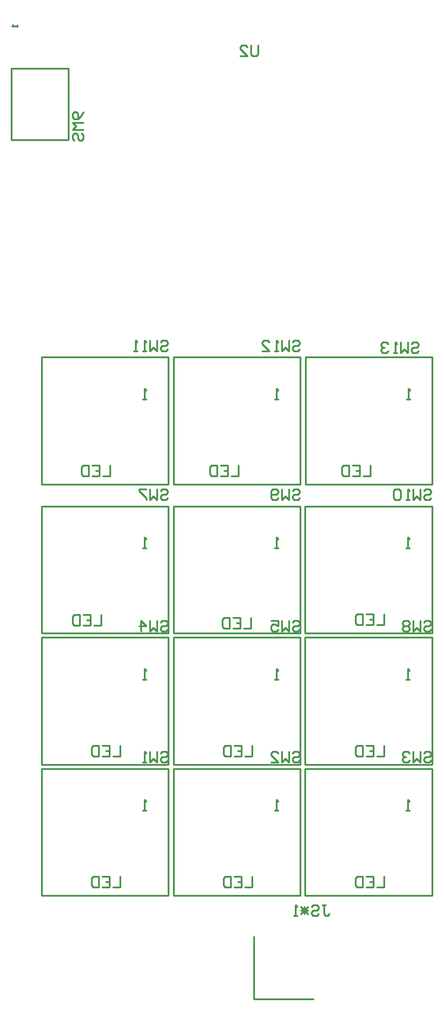
<source format=gbo>
%FSLAX25Y25*%
%MOIN*%
G70*
G01*
G75*
G04 Layer_Color=32896*
%ADD10R,0.03543X0.04331*%
%ADD11R,0.03900X0.05900*%
%ADD12R,0.12900X0.05900*%
%ADD13R,0.03937X0.05118*%
%ADD14R,0.03900X0.04300*%
%ADD15R,0.03150X0.03150*%
%ADD16R,0.08661X0.09843*%
%ADD17R,0.07874X0.01969*%
%ADD18O,0.02165X0.06890*%
%ADD19O,0.06890X0.02165*%
%ADD20R,0.03150X0.06299*%
%ADD21R,0.04300X0.03900*%
%ADD22R,0.05118X0.03937*%
%ADD23C,0.00800*%
%ADD24C,0.02000*%
%ADD25C,0.02500*%
%ADD26C,0.01000*%
%ADD27C,0.01200*%
%ADD28C,0.10000*%
%ADD29C,0.09055*%
%ADD30R,0.09055X0.09055*%
%ADD31O,0.17716X0.07874*%
%ADD32O,0.15748X0.07874*%
%ADD33O,0.07874X0.15748*%
%ADD34C,0.05906*%
%ADD35C,0.05906*%
%ADD36C,0.06000*%
%ADD37O,0.07000X0.13000*%
%ADD38C,0.08000*%
%ADD39R,0.07000X0.13000*%
%ADD40C,0.06200*%
%ADD41R,0.06200X0.06200*%
%ADD42R,0.05906X0.05906*%
%ADD43R,0.06000X0.06000*%
%ADD44C,0.03543*%
%ADD45R,0.10000X0.07000*%
%ADD46O,0.10000X0.07000*%
%ADD47C,0.08700*%
%ADD48C,0.15700*%
%ADD49R,0.10000X0.07000*%
%ADD50C,0.05000*%
%ADD51C,0.00984*%
%ADD52C,0.02362*%
%ADD53C,0.00787*%
%ADD54C,0.00591*%
%ADD55R,0.04343X0.05131*%
%ADD56R,0.04700X0.06700*%
%ADD57R,0.13700X0.06700*%
%ADD58R,0.04737X0.05918*%
%ADD59R,0.04700X0.05100*%
%ADD60R,0.03950X0.03950*%
%ADD61R,0.09461X0.10642*%
%ADD62R,0.08674X0.02769*%
%ADD63O,0.02965X0.07690*%
%ADD64O,0.07690X0.02965*%
%ADD65R,0.03950X0.07099*%
%ADD66R,0.05100X0.04700*%
%ADD67R,0.05918X0.04737*%
%ADD68C,0.10800*%
%ADD69C,0.09855*%
%ADD70R,0.09855X0.09855*%
%ADD71O,0.18517X0.08674*%
%ADD72O,0.16548X0.08674*%
%ADD73O,0.08674X0.16548*%
%ADD74C,0.06706*%
%ADD75C,0.06706*%
%ADD76C,0.06800*%
%ADD77O,0.07800X0.13800*%
%ADD78C,0.08800*%
%ADD79R,0.07800X0.13800*%
%ADD80C,0.07000*%
%ADD81R,0.07000X0.07000*%
%ADD82R,0.06706X0.06706*%
%ADD83R,0.06800X0.06800*%
%ADD84C,0.04343*%
%ADD85R,0.10800X0.07800*%
%ADD86O,0.10800X0.07800*%
%ADD87C,0.09500*%
%ADD88C,0.16500*%
%ADD89R,0.10800X0.07800*%
%ADD90C,0.05800*%
D26*
X218700Y647200D02*
X250700D01*
X218700Y687200D02*
X250700D01*
X218700Y647200D02*
Y687200D01*
X250700Y647200D02*
Y687200D01*
X354500Y166000D02*
Y201000D01*
Y166000D02*
X388000D01*
X454500Y454250D02*
X454750Y454500D01*
Y525500D01*
X383500Y454250D02*
X454500D01*
X383500D02*
Y525500D01*
X454750D01*
X306500Y223750D02*
X306750Y224000D01*
Y295000D01*
X235500Y223750D02*
X306500D01*
X235500D02*
Y295000D01*
X306750D01*
X380500Y223750D02*
X380750Y224000D01*
Y295000D01*
X309500Y223750D02*
X380500D01*
X309500D02*
Y295000D01*
X380750D01*
X454250Y223750D02*
X454500Y224000D01*
Y295000D01*
X383250Y223750D02*
X454250D01*
X383250D02*
Y295000D01*
X454500D01*
X306500Y297250D02*
X306750Y297500D01*
Y368500D01*
X235500Y297250D02*
X306500D01*
X235500D02*
Y368500D01*
X306750D01*
X380500Y297250D02*
X380750Y297500D01*
Y368500D01*
X309500Y297250D02*
X380500D01*
X309500D02*
Y368500D01*
X380750D01*
X306500Y370750D02*
X306750Y371000D01*
Y442000D01*
X235500Y370750D02*
X306500D01*
X235500D02*
Y442000D01*
X306750D01*
X454250Y297250D02*
X454500Y297500D01*
Y368500D01*
X383250Y297250D02*
X454250D01*
X383250D02*
Y368500D01*
X454500D01*
X380500Y370750D02*
X380750Y371000D01*
Y442000D01*
X309500Y370750D02*
X380500D01*
X309500D02*
Y442000D01*
X380750D01*
X454250Y370750D02*
X454500Y371000D01*
Y442000D01*
X383250Y370750D02*
X454250D01*
X383250D02*
Y442000D01*
X454500D01*
X306500Y454250D02*
X306750Y454500D01*
Y525500D01*
X235500Y454250D02*
X306500D01*
X235500D02*
Y525500D01*
X306750D01*
X380500Y454250D02*
X380750Y454500D01*
Y525500D01*
X309500Y454250D02*
X380500D01*
X309500D02*
Y525500D01*
X380750D01*
X257998Y650999D02*
X258998Y649999D01*
Y648000D01*
X257998Y647000D01*
X256999D01*
X255999Y648000D01*
Y649999D01*
X254999Y650999D01*
X254000D01*
X253000Y649999D01*
Y648000D01*
X254000Y647000D01*
X258998Y652998D02*
X253000D01*
X254999Y654997D01*
X253000Y656997D01*
X258998D01*
Y662995D02*
X257998Y660995D01*
X255999Y658996D01*
X254000D01*
X253000Y659996D01*
Y661995D01*
X254000Y662995D01*
X254999D01*
X255999Y661995D01*
Y658996D01*
X392901Y218398D02*
X394901D01*
X393901D01*
Y213400D01*
X394901Y212400D01*
X395900D01*
X396900Y213400D01*
X386903Y217398D02*
X387903Y218398D01*
X389902D01*
X390902Y217398D01*
Y216399D01*
X389902Y215399D01*
X387903D01*
X386903Y214399D01*
Y213400D01*
X387903Y212400D01*
X389902D01*
X390902Y213400D01*
X384904Y217398D02*
X380905Y213400D01*
X384904D02*
X380905Y217398D01*
X384904Y215399D02*
X380905D01*
X382905Y213400D02*
Y217398D01*
X378906Y212400D02*
X376906D01*
X377906D01*
Y218398D01*
X378906Y217398D01*
X357000Y700298D02*
Y695300D01*
X356000Y694300D01*
X354001D01*
X353001Y695300D01*
Y700298D01*
X347003Y694300D02*
X351002D01*
X347003Y698299D01*
Y699298D01*
X348003Y700298D01*
X350002D01*
X351002Y699298D01*
X222000Y711400D02*
Y710400D01*
Y710900D01*
X219001D01*
X219501Y711400D01*
X443001Y532998D02*
X444001Y533998D01*
X446000D01*
X447000Y532998D01*
Y531999D01*
X446000Y530999D01*
X444001D01*
X443001Y529999D01*
Y529000D01*
X444001Y528000D01*
X446000D01*
X447000Y529000D01*
X441002Y533998D02*
Y528000D01*
X439003Y529999D01*
X437003Y528000D01*
Y533998D01*
X435004Y528000D02*
X433005D01*
X434004D01*
Y533998D01*
X435004Y532998D01*
X430006D02*
X429006Y533998D01*
X427006D01*
X426007Y532998D01*
Y531999D01*
X427006Y530999D01*
X428006D01*
X427006D01*
X426007Y529999D01*
Y529000D01*
X427006Y528000D01*
X429006D01*
X430006Y529000D01*
X442250Y502000D02*
X440251D01*
X441250D01*
Y507998D01*
X442250Y506998D01*
X420000Y464998D02*
Y459000D01*
X416001D01*
X410003Y464998D02*
X414002D01*
Y459000D01*
X410003D01*
X414002Y461999D02*
X412003D01*
X408004Y464998D02*
Y459000D01*
X405005D01*
X404005Y460000D01*
Y463998D01*
X405005Y464998D01*
X408004D01*
X302201Y303498D02*
X303201Y304498D01*
X305200D01*
X306200Y303498D01*
Y302499D01*
X305200Y301499D01*
X303201D01*
X302201Y300499D01*
Y299500D01*
X303201Y298500D01*
X305200D01*
X306200Y299500D01*
X300202Y304498D02*
Y298500D01*
X298203Y300499D01*
X296203Y298500D01*
Y304498D01*
X294204Y298500D02*
X292204D01*
X293204D01*
Y304498D01*
X294204Y303498D01*
X294250Y271500D02*
X292251D01*
X293250D01*
Y277498D01*
X294250Y276498D01*
X279750Y234498D02*
Y228500D01*
X275751D01*
X269753Y234498D02*
X273752D01*
Y228500D01*
X269753D01*
X273752Y231499D02*
X271753D01*
X267754Y234498D02*
Y228500D01*
X264755D01*
X263755Y229500D01*
Y233498D01*
X264755Y234498D01*
X267754D01*
X376201Y303498D02*
X377201Y304498D01*
X379200D01*
X380200Y303498D01*
Y302499D01*
X379200Y301499D01*
X377201D01*
X376201Y300499D01*
Y299500D01*
X377201Y298500D01*
X379200D01*
X380200Y299500D01*
X374202Y304498D02*
Y298500D01*
X372203Y300499D01*
X370203Y298500D01*
Y304498D01*
X364205Y298500D02*
X368204D01*
X364205Y302499D01*
Y303498D01*
X365205Y304498D01*
X367204D01*
X368204Y303498D01*
X368250Y271500D02*
X366251D01*
X367250D01*
Y277498D01*
X368250Y276498D01*
X353750Y234498D02*
Y228500D01*
X349751D01*
X343753Y234498D02*
X347752D01*
Y228500D01*
X343753D01*
X347752Y231499D02*
X345753D01*
X341754Y234498D02*
Y228500D01*
X338755D01*
X337755Y229500D01*
Y233498D01*
X338755Y234498D01*
X341754D01*
X449951Y303498D02*
X450951Y304498D01*
X452950D01*
X453950Y303498D01*
Y302499D01*
X452950Y301499D01*
X450951D01*
X449951Y300499D01*
Y299500D01*
X450951Y298500D01*
X452950D01*
X453950Y299500D01*
X447952Y304498D02*
Y298500D01*
X445953Y300499D01*
X443953Y298500D01*
Y304498D01*
X441954Y303498D02*
X440954Y304498D01*
X438955D01*
X437955Y303498D01*
Y302499D01*
X438955Y301499D01*
X439955D01*
X438955D01*
X437955Y300499D01*
Y299500D01*
X438955Y298500D01*
X440954D01*
X441954Y299500D01*
X442000Y271500D02*
X440001D01*
X441000D01*
Y277498D01*
X442000Y276498D01*
X427500Y234498D02*
Y228500D01*
X423501D01*
X417503Y234498D02*
X421502D01*
Y228500D01*
X417503D01*
X421502Y231499D02*
X419503D01*
X415504Y234498D02*
Y228500D01*
X412505D01*
X411505Y229500D01*
Y233498D01*
X412505Y234498D01*
X415504D01*
X302201Y376998D02*
X303201Y377998D01*
X305200D01*
X306200Y376998D01*
Y375999D01*
X305200Y374999D01*
X303201D01*
X302201Y373999D01*
Y373000D01*
X303201Y372000D01*
X305200D01*
X306200Y373000D01*
X300202Y377998D02*
Y372000D01*
X298203Y373999D01*
X296203Y372000D01*
Y377998D01*
X291205Y372000D02*
Y377998D01*
X294204Y374999D01*
X290205D01*
X294250Y345000D02*
X292251D01*
X293250D01*
Y350998D01*
X294250Y349998D01*
X279750Y307998D02*
Y302000D01*
X275751D01*
X269753Y307998D02*
X273752D01*
Y302000D01*
X269753D01*
X273752Y304999D02*
X271753D01*
X267754Y307998D02*
Y302000D01*
X264755D01*
X263755Y303000D01*
Y306998D01*
X264755Y307998D01*
X267754D01*
X376201Y376998D02*
X377201Y377998D01*
X379200D01*
X380200Y376998D01*
Y375999D01*
X379200Y374999D01*
X377201D01*
X376201Y373999D01*
Y373000D01*
X377201Y372000D01*
X379200D01*
X380200Y373000D01*
X374202Y377998D02*
Y372000D01*
X372203Y373999D01*
X370203Y372000D01*
Y377998D01*
X364205D02*
X368204D01*
Y374999D01*
X366205Y375999D01*
X365205D01*
X364205Y374999D01*
Y373000D01*
X365205Y372000D01*
X367204D01*
X368204Y373000D01*
X368250Y345000D02*
X366251D01*
X367250D01*
Y350998D01*
X368250Y349998D01*
X353750Y307998D02*
Y302000D01*
X349751D01*
X343753Y307998D02*
X347752D01*
Y302000D01*
X343753D01*
X347752Y304999D02*
X345753D01*
X341754Y307998D02*
Y302000D01*
X338755D01*
X337755Y303000D01*
Y306998D01*
X338755Y307998D01*
X341754D01*
X302301Y450498D02*
X303301Y451498D01*
X305300D01*
X306300Y450498D01*
Y449499D01*
X305300Y448499D01*
X303301D01*
X302301Y447499D01*
Y446500D01*
X303301Y445500D01*
X305300D01*
X306300Y446500D01*
X300302Y451498D02*
Y445500D01*
X298303Y447499D01*
X296303Y445500D01*
Y451498D01*
X294304D02*
X290305D01*
Y450498D01*
X294304Y446500D01*
Y445500D01*
X294250Y418500D02*
X292251D01*
X293250D01*
Y424498D01*
X294250Y423498D01*
X269000Y381198D02*
Y375200D01*
X265001D01*
X259003Y381198D02*
X263002D01*
Y375200D01*
X259003D01*
X263002Y378199D02*
X261003D01*
X257004Y381198D02*
Y375200D01*
X254005D01*
X253005Y376200D01*
Y380198D01*
X254005Y381198D01*
X257004D01*
X450051Y376998D02*
X451051Y377998D01*
X453050D01*
X454050Y376998D01*
Y375999D01*
X453050Y374999D01*
X451051D01*
X450051Y373999D01*
Y373000D01*
X451051Y372000D01*
X453050D01*
X454050Y373000D01*
X448052Y377998D02*
Y372000D01*
X446053Y373999D01*
X444053Y372000D01*
Y377998D01*
X442054Y376998D02*
X441054Y377998D01*
X439055D01*
X438055Y376998D01*
Y375999D01*
X439055Y374999D01*
X438055Y373999D01*
Y373000D01*
X439055Y372000D01*
X441054D01*
X442054Y373000D01*
Y373999D01*
X441054Y374999D01*
X442054Y375999D01*
Y376998D01*
X441054Y374999D02*
X439055D01*
X442000Y345000D02*
X440001D01*
X441000D01*
Y350998D01*
X442000Y349998D01*
X427500Y307998D02*
Y302000D01*
X423501D01*
X417503Y307998D02*
X421502D01*
Y302000D01*
X417503D01*
X421502Y304999D02*
X419503D01*
X415504Y307998D02*
Y302000D01*
X412505D01*
X411505Y303000D01*
Y306998D01*
X412505Y307998D01*
X415504D01*
X376201Y450498D02*
X377201Y451498D01*
X379200D01*
X380200Y450498D01*
Y449499D01*
X379200Y448499D01*
X377201D01*
X376201Y447499D01*
Y446500D01*
X377201Y445500D01*
X379200D01*
X380200Y446500D01*
X374202Y451498D02*
Y445500D01*
X372203Y447499D01*
X370203Y445500D01*
Y451498D01*
X368204Y446500D02*
X367204Y445500D01*
X365205D01*
X364205Y446500D01*
Y450498D01*
X365205Y451498D01*
X367204D01*
X368204Y450498D01*
Y449499D01*
X367204Y448499D01*
X364205D01*
X368250Y418500D02*
X366251D01*
X367250D01*
Y424498D01*
X368250Y423498D01*
X353000Y379498D02*
Y373500D01*
X349001D01*
X343003Y379498D02*
X347002D01*
Y373500D01*
X343003D01*
X347002Y376499D02*
X345003D01*
X341004Y379498D02*
Y373500D01*
X338005D01*
X337005Y374500D01*
Y378498D01*
X338005Y379498D01*
X341004D01*
X449951Y450498D02*
X450951Y451498D01*
X452950D01*
X453950Y450498D01*
Y449499D01*
X452950Y448499D01*
X450951D01*
X449951Y447499D01*
Y446500D01*
X450951Y445500D01*
X452950D01*
X453950Y446500D01*
X447952Y451498D02*
Y445500D01*
X445953Y447499D01*
X443953Y445500D01*
Y451498D01*
X441954Y445500D02*
X439955D01*
X440954D01*
Y451498D01*
X441954Y450498D01*
X436955D02*
X435956Y451498D01*
X433956D01*
X432957Y450498D01*
Y446500D01*
X433956Y445500D01*
X435956D01*
X436955Y446500D01*
Y450498D01*
X442000Y418500D02*
X440001D01*
X441000D01*
Y424498D01*
X442000Y423498D01*
X427500Y381498D02*
Y375500D01*
X423501D01*
X417503Y381498D02*
X421502D01*
Y375500D01*
X417503D01*
X421502Y378499D02*
X419503D01*
X415504Y381498D02*
Y375500D01*
X412505D01*
X411505Y376500D01*
Y380498D01*
X412505Y381498D01*
X415504D01*
X302301Y533998D02*
X303301Y534998D01*
X305300D01*
X306300Y533998D01*
Y532999D01*
X305300Y531999D01*
X303301D01*
X302301Y530999D01*
Y530000D01*
X303301Y529000D01*
X305300D01*
X306300Y530000D01*
X300302Y534998D02*
Y529000D01*
X298303Y530999D01*
X296303Y529000D01*
Y534998D01*
X294304Y529000D02*
X292304D01*
X293304D01*
Y534998D01*
X294304Y533998D01*
X289305Y529000D02*
X287306D01*
X288306D01*
Y534998D01*
X289305Y533998D01*
X294250Y502000D02*
X292251D01*
X293250D01*
Y507998D01*
X294250Y506998D01*
X274000Y464998D02*
Y459000D01*
X270001D01*
X264003Y464998D02*
X268002D01*
Y459000D01*
X264003D01*
X268002Y461999D02*
X266003D01*
X262004Y464998D02*
Y459000D01*
X259005D01*
X258005Y460000D01*
Y463998D01*
X259005Y464998D01*
X262004D01*
X376301Y533998D02*
X377301Y534998D01*
X379300D01*
X380300Y533998D01*
Y532999D01*
X379300Y531999D01*
X377301D01*
X376301Y530999D01*
Y530000D01*
X377301Y529000D01*
X379300D01*
X380300Y530000D01*
X374302Y534998D02*
Y529000D01*
X372303Y530999D01*
X370303Y529000D01*
Y534998D01*
X368304Y529000D02*
X366304D01*
X367304D01*
Y534998D01*
X368304Y533998D01*
X359307Y529000D02*
X363305D01*
X359307Y532999D01*
Y533998D01*
X360307Y534998D01*
X362306D01*
X363305Y533998D01*
X368250Y502000D02*
X366251D01*
X367250D01*
Y507998D01*
X368250Y506998D01*
X346000Y464998D02*
Y459000D01*
X342001D01*
X336003Y464998D02*
X340002D01*
Y459000D01*
X336003D01*
X340002Y461999D02*
X338003D01*
X334004Y464998D02*
Y459000D01*
X331005D01*
X330005Y460000D01*
Y463998D01*
X331005Y464998D01*
X334004D01*
M02*

</source>
